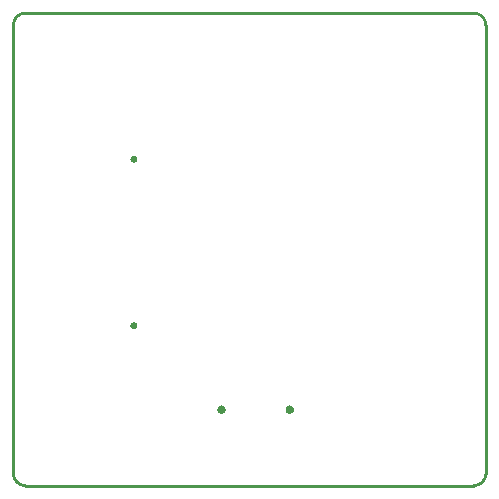
<source format=gbr>
%TF.GenerationSoftware,KiCad,Pcbnew,9.0.4*%
%TF.CreationDate,2025-09-14T02:35:36-04:00*%
%TF.ProjectId,D8X3C_Backpack_V1.0,44385833-435f-4426-9163-6b7061636b5f,rev?*%
%TF.SameCoordinates,Original*%
%TF.FileFunction,Profile,NP*%
%FSLAX46Y46*%
G04 Gerber Fmt 4.6, Leading zero omitted, Abs format (unit mm)*
G04 Created by KiCad (PCBNEW 9.0.4) date 2025-09-14 02:35:36*
%MOMM*%
%LPD*%
G01*
G04 APERTURE LIST*
%TA.AperFunction,Profile*%
%ADD10C,0.254000*%
%TD*%
%TA.AperFunction,Profile*%
%ADD11C,0.000000*%
%TD*%
G04 APERTURE END LIST*
D10*
X1000000Y-40000000D02*
G75*
G02*
X0Y-39000000I0J1000000D01*
G01*
X0Y-1000000D02*
G75*
G02*
X1000000Y0I1000000J0D01*
G01*
X1000000Y-40000000D02*
X39000000Y-40000000D01*
X1000000Y0D02*
X39000000Y0D01*
X40000000Y-1000000D02*
X40000000Y-39000000D01*
X40000000Y-39000000D02*
G75*
G02*
X39000000Y-40000000I-1000000J0D01*
G01*
X0Y-1000000D02*
X0Y-39000000D01*
X39000000Y0D02*
G75*
G02*
X40000000Y-1000000I0J-1000000D01*
G01*
D11*
%TA.AperFunction,Profile*%
%TO.C,USB1*%
G36*
X17754439Y-33233142D02*
G01*
X17833567Y-33278826D01*
X17898174Y-33343433D01*
X17943858Y-33422561D01*
X17967506Y-33510816D01*
X17967506Y-33602184D01*
X17943858Y-33690439D01*
X17898174Y-33769567D01*
X17833567Y-33834174D01*
X17754439Y-33879858D01*
X17666184Y-33903506D01*
X17574816Y-33903506D01*
X17486561Y-33879858D01*
X17407433Y-33834174D01*
X17342826Y-33769567D01*
X17297142Y-33690439D01*
X17273494Y-33602184D01*
X17273494Y-33510816D01*
X17297142Y-33422561D01*
X17342826Y-33343433D01*
X17407433Y-33278826D01*
X17486561Y-33233142D01*
X17574816Y-33209494D01*
X17666184Y-33209494D01*
X17754439Y-33233142D01*
G37*
%TD.AperFunction*%
%TA.AperFunction,Profile*%
G36*
X23534439Y-33233142D02*
G01*
X23613567Y-33278826D01*
X23678174Y-33343433D01*
X23723858Y-33422561D01*
X23747506Y-33510816D01*
X23747506Y-33602184D01*
X23723858Y-33690439D01*
X23678174Y-33769567D01*
X23613567Y-33834174D01*
X23534439Y-33879858D01*
X23446184Y-33903506D01*
X23354816Y-33903506D01*
X23266561Y-33879858D01*
X23187433Y-33834174D01*
X23122826Y-33769567D01*
X23077142Y-33690439D01*
X23053494Y-33602184D01*
X23053494Y-33510816D01*
X23077142Y-33422561D01*
X23122826Y-33343433D01*
X23187433Y-33278826D01*
X23266561Y-33233142D01*
X23354816Y-33209494D01*
X23446184Y-33209494D01*
X23534439Y-33233142D01*
G37*
%TD.AperFunction*%
%TA.AperFunction,Profile*%
%TO.C,CN1*%
G36*
X10317805Y-12072836D02*
G01*
X10385628Y-12111994D01*
X10441006Y-12167372D01*
X10480164Y-12235195D01*
X10500433Y-12310842D01*
X10500433Y-12389158D01*
X10480164Y-12464805D01*
X10441006Y-12532628D01*
X10385628Y-12588006D01*
X10317805Y-12627164D01*
X10242158Y-12647433D01*
X10163842Y-12647433D01*
X10088195Y-12627164D01*
X10020372Y-12588006D01*
X9964994Y-12532628D01*
X9925836Y-12464805D01*
X9905567Y-12389158D01*
X9905567Y-12310842D01*
X9925836Y-12235195D01*
X9964994Y-12167372D01*
X10020372Y-12111994D01*
X10088195Y-12072836D01*
X10163842Y-12052567D01*
X10242158Y-12052567D01*
X10317805Y-12072836D01*
G37*
%TD.AperFunction*%
%TA.AperFunction,Profile*%
G36*
X10317805Y-26175336D02*
G01*
X10385628Y-26214494D01*
X10441006Y-26269872D01*
X10480164Y-26337695D01*
X10500433Y-26413342D01*
X10500433Y-26491658D01*
X10480164Y-26567305D01*
X10441006Y-26635128D01*
X10385628Y-26690506D01*
X10317805Y-26729664D01*
X10242158Y-26749933D01*
X10163842Y-26749933D01*
X10088195Y-26729664D01*
X10020372Y-26690506D01*
X9964994Y-26635128D01*
X9925836Y-26567305D01*
X9905567Y-26491658D01*
X9905567Y-26413342D01*
X9925836Y-26337695D01*
X9964994Y-26269872D01*
X10020372Y-26214494D01*
X10088195Y-26175336D01*
X10163842Y-26155067D01*
X10242158Y-26155067D01*
X10317805Y-26175336D01*
G37*
%TD.AperFunction*%
%TD*%
M02*

</source>
